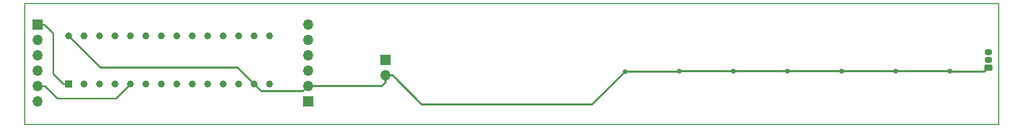
<source format=gbr>
%TF.GenerationSoftware,KiCad,Pcbnew,(5.1.5)-2*%
%TF.CreationDate,2019-12-04T23:20:31-05:00*%
%TF.ProjectId,fan pcb,66616e20-7063-4622-9e6b-696361645f70,rev?*%
%TF.SameCoordinates,Original*%
%TF.FileFunction,Copper,L2,Bot*%
%TF.FilePolarity,Positive*%
%FSLAX46Y46*%
G04 Gerber Fmt 4.6, Leading zero omitted, Abs format (unit mm)*
G04 Created by KiCad (PCBNEW (5.1.5)-2) date 2019-12-04 23:20:31*
%MOMM*%
%LPD*%
G04 APERTURE LIST*
%ADD10C,0.200000*%
%ADD11O,1.700000X1.700000*%
%ADD12R,1.700000X1.700000*%
%ADD13C,1.159000*%
%ADD14R,1.159000X1.159000*%
%ADD15C,0.100000*%
%ADD16O,1.300000X1.050000*%
%ADD17C,0.800000*%
%ADD18C,0.350000*%
%ADD19C,0.250000*%
G04 APERTURE END LIST*
D10*
X210000000Y-30000000D02*
X210000000Y-50000000D01*
X50000000Y-30000000D02*
X210000000Y-30000000D01*
X50000000Y-50000000D02*
X50000000Y-30000000D01*
X210000000Y-50000000D02*
X50000000Y-50000000D01*
D11*
X96520000Y-33520000D03*
X96520000Y-36060000D03*
X96520000Y-38600000D03*
X96520000Y-41140000D03*
X96520000Y-43680000D03*
D12*
X96520000Y-46220000D03*
D11*
X52070000Y-46220000D03*
X52070000Y-43680000D03*
X52070000Y-41140000D03*
X52070000Y-38600000D03*
X52070000Y-36060000D03*
D12*
X52070000Y-33520000D03*
D13*
X57150000Y-35401000D03*
X59690000Y-35401000D03*
X62230000Y-35401000D03*
X64770000Y-35401000D03*
X67310000Y-35401000D03*
X69850000Y-35401000D03*
X72390000Y-35401000D03*
X74930000Y-35401000D03*
X77470000Y-35401000D03*
X80010000Y-35401000D03*
X82550000Y-35401000D03*
X85090000Y-35401000D03*
X87630000Y-35401000D03*
X90170000Y-35401000D03*
X90170000Y-43339000D03*
X87630000Y-43339000D03*
X85090000Y-43339000D03*
X82550000Y-43339000D03*
X80010000Y-43339000D03*
X77470000Y-43339000D03*
X74930000Y-43339000D03*
X72390000Y-43339000D03*
X69850000Y-43339000D03*
X67310000Y-43339000D03*
X64770000Y-43339000D03*
X62230000Y-43339000D03*
X59690000Y-43339000D03*
D14*
X57150000Y-43339000D03*
D12*
X109220000Y-39370000D03*
D11*
X109220000Y-41910000D03*
%TA.AperFunction,ComponentPad*%
D15*
G36*
X208704594Y-40116203D02*
G01*
X208728853Y-40119802D01*
X208752642Y-40125761D01*
X208775733Y-40134023D01*
X208797902Y-40144508D01*
X208818937Y-40157116D01*
X208838635Y-40171725D01*
X208856806Y-40188194D01*
X208873275Y-40206365D01*
X208887884Y-40226063D01*
X208900492Y-40247098D01*
X208910977Y-40269267D01*
X208919239Y-40292358D01*
X208925198Y-40316147D01*
X208928797Y-40340406D01*
X208930000Y-40364900D01*
X208930000Y-40915100D01*
X208928797Y-40939594D01*
X208925198Y-40963853D01*
X208919239Y-40987642D01*
X208910977Y-41010733D01*
X208900492Y-41032902D01*
X208887884Y-41053937D01*
X208873275Y-41073635D01*
X208856806Y-41091806D01*
X208838635Y-41108275D01*
X208818937Y-41122884D01*
X208797902Y-41135492D01*
X208775733Y-41145977D01*
X208752642Y-41154239D01*
X208728853Y-41160198D01*
X208704594Y-41163797D01*
X208680100Y-41165000D01*
X207879900Y-41165000D01*
X207855406Y-41163797D01*
X207831147Y-41160198D01*
X207807358Y-41154239D01*
X207784267Y-41145977D01*
X207762098Y-41135492D01*
X207741063Y-41122884D01*
X207721365Y-41108275D01*
X207703194Y-41091806D01*
X207686725Y-41073635D01*
X207672116Y-41053937D01*
X207659508Y-41032902D01*
X207649023Y-41010733D01*
X207640761Y-40987642D01*
X207634802Y-40963853D01*
X207631203Y-40939594D01*
X207630000Y-40915100D01*
X207630000Y-40364900D01*
X207631203Y-40340406D01*
X207634802Y-40316147D01*
X207640761Y-40292358D01*
X207649023Y-40269267D01*
X207659508Y-40247098D01*
X207672116Y-40226063D01*
X207686725Y-40206365D01*
X207703194Y-40188194D01*
X207721365Y-40171725D01*
X207741063Y-40157116D01*
X207762098Y-40144508D01*
X207784267Y-40134023D01*
X207807358Y-40125761D01*
X207831147Y-40119802D01*
X207855406Y-40116203D01*
X207879900Y-40115000D01*
X208680100Y-40115000D01*
X208704594Y-40116203D01*
G37*
%TD.AperFunction*%
D16*
X208280000Y-38100000D03*
X208280000Y-39370000D03*
D17*
X148590000Y-41275000D03*
X157480000Y-41219991D03*
X166370000Y-41219991D03*
X184150000Y-41219991D03*
X193040000Y-41219991D03*
X201930000Y-41219991D03*
X175260000Y-41219991D03*
D18*
X84931000Y-40640000D02*
X87630000Y-43339000D01*
X62389000Y-40640000D02*
X84931000Y-40640000D01*
X95670001Y-44529999D02*
X96520000Y-43680000D01*
X88820999Y-44529999D02*
X95670001Y-44529999D01*
X87630000Y-43339000D02*
X88820999Y-44529999D01*
X97722081Y-43680000D02*
X96520000Y-43680000D01*
X108652081Y-43680000D02*
X97722081Y-43680000D01*
X109220000Y-43112081D02*
X108652081Y-43680000D01*
X109220000Y-41910000D02*
X109220000Y-43112081D01*
X110422081Y-41910000D02*
X115192091Y-46680010D01*
X109220000Y-41910000D02*
X110422081Y-41910000D01*
X115192091Y-46680010D02*
X143184990Y-46680010D01*
X201930000Y-41275000D02*
X201930000Y-41275000D01*
X143184990Y-46680010D02*
X148590000Y-41275000D01*
X148590000Y-41275000D02*
X148590000Y-41275000D01*
X157424991Y-41275000D02*
X157480000Y-41219991D01*
X148590000Y-41275000D02*
X157424991Y-41275000D01*
X157480000Y-41219991D02*
X158045685Y-41219991D01*
X158045685Y-41219991D02*
X166370000Y-41219991D01*
X184150000Y-41219991D02*
X184715685Y-41219991D01*
X184715685Y-41219991D02*
X193040000Y-41219991D01*
X193605685Y-41219991D02*
X201930000Y-41219991D01*
X193040000Y-41219991D02*
X193605685Y-41219991D01*
X166370000Y-41219991D02*
X166935685Y-41219991D01*
X184150000Y-41219991D02*
X183584315Y-41219991D01*
X183584315Y-41219991D02*
X175260000Y-41219991D01*
X166935685Y-41219991D02*
X175260000Y-41219991D01*
X57150000Y-35401000D02*
X62389000Y-40640000D01*
X201985009Y-41275000D02*
X201930000Y-41219991D01*
X208280000Y-40640000D02*
X207645000Y-41275000D01*
X207645000Y-41275000D02*
X201985009Y-41275000D01*
D19*
X53272081Y-43680000D02*
X55312081Y-45720000D01*
X52070000Y-43680000D02*
X53272081Y-43680000D01*
X64929000Y-45720000D02*
X67310000Y-43339000D01*
X55312081Y-45720000D02*
X64929000Y-45720000D01*
X56320500Y-43339000D02*
X54610000Y-41628500D01*
X57150000Y-43339000D02*
X56320500Y-43339000D01*
X53170000Y-33520000D02*
X52070000Y-33520000D01*
X54610000Y-34960000D02*
X53170000Y-33520000D01*
X54610000Y-41628500D02*
X54610000Y-34960000D01*
M02*

</source>
